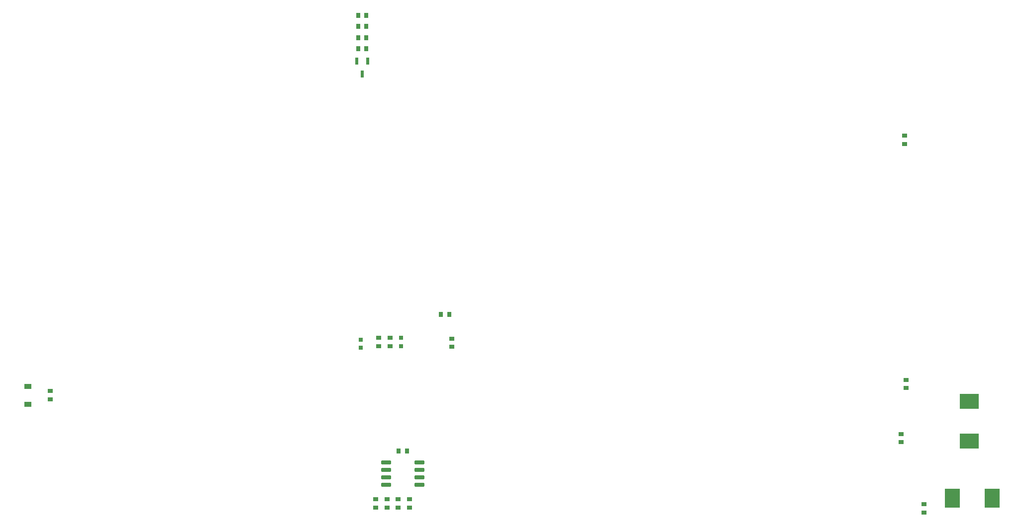
<source format=gbp>
G04*
G04 #@! TF.GenerationSoftware,Altium Limited,Altium Designer,22.11.1 (43)*
G04*
G04 Layer_Color=128*
%FSLAX23Y23*%
%MOIN*%
G70*
G04*
G04 #@! TF.SameCoordinates,FD0B0D1A-97A4-46D0-9F7C-2B5E2F8B1952*
G04*
G04*
G04 #@! TF.FilePolarity,Positive*
G04*
G01*
G75*
%ADD25R,0.028X0.035*%
%ADD29R,0.030X0.030*%
%ADD30R,0.035X0.031*%
%ADD31R,0.035X0.028*%
%ADD36R,0.031X0.035*%
G04:AMPARAMS|DCode=42|XSize=26mil|YSize=65mil|CornerRadius=2mil|HoleSize=0mil|Usage=FLASHONLY|Rotation=270.000|XOffset=0mil|YOffset=0mil|HoleType=Round|Shape=RoundedRectangle|*
%AMROUNDEDRECTD42*
21,1,0.026,0.061,0,0,270.0*
21,1,0.022,0.065,0,0,270.0*
1,1,0.004,-0.031,-0.011*
1,1,0.004,-0.031,0.011*
1,1,0.004,0.031,0.011*
1,1,0.004,0.031,-0.011*
%
%ADD42ROUNDEDRECTD42*%
%ADD124R,0.130X0.100*%
%ADD125R,0.100X0.130*%
%ADD126R,0.047X0.035*%
%ADD127R,0.047X0.035*%
%ADD128R,0.024X0.045*%
D25*
X3724Y1611D02*
D03*
X3668D02*
D03*
D29*
X3415Y2358D02*
D03*
Y2303D02*
D03*
X3685Y2315D02*
D03*
Y2370D02*
D03*
D30*
X3535Y2315D02*
D03*
Y2370D02*
D03*
X3610Y2315D02*
D03*
Y2370D02*
D03*
X4026Y2365D02*
D03*
Y2310D02*
D03*
X3516Y1232D02*
D03*
Y1288D02*
D03*
X3591Y1232D02*
D03*
Y1288D02*
D03*
X3666D02*
D03*
Y1232D02*
D03*
D31*
X7035Y1725D02*
D03*
Y1670D02*
D03*
X7188Y1199D02*
D03*
Y1255D02*
D03*
X7058Y3726D02*
D03*
Y3670D02*
D03*
X7068Y2089D02*
D03*
Y2033D02*
D03*
X1335Y2013D02*
D03*
Y1957D02*
D03*
X3741Y1232D02*
D03*
Y1288D02*
D03*
D36*
X4008Y2528D02*
D03*
X3952D02*
D03*
X3397Y4310D02*
D03*
X3453D02*
D03*
X3397Y4535D02*
D03*
X3453D02*
D03*
Y4460D02*
D03*
X3397D02*
D03*
X3453Y4385D02*
D03*
X3397D02*
D03*
D42*
X3585Y1385D02*
D03*
Y1435D02*
D03*
Y1485D02*
D03*
Y1535D02*
D03*
X3808Y1385D02*
D03*
Y1435D02*
D03*
Y1485D02*
D03*
Y1535D02*
D03*
D124*
X7492Y1945D02*
D03*
Y1677D02*
D03*
D125*
X7645Y1295D02*
D03*
X7377D02*
D03*
D126*
X1185Y2045D02*
D03*
D127*
Y1925D02*
D03*
D128*
X3425Y4141D02*
D03*
X3462Y4229D02*
D03*
X3388D02*
D03*
M02*

</source>
